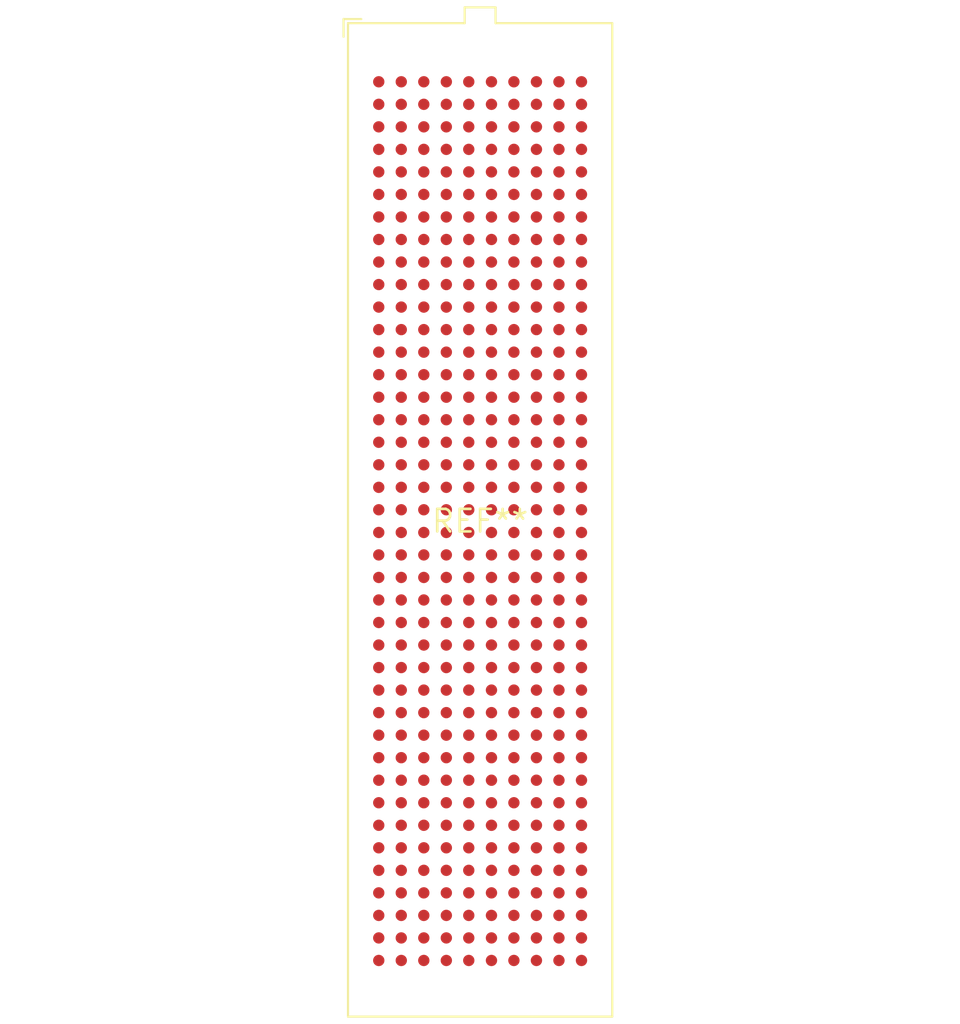
<source format=kicad_pcb>
(kicad_pcb (version 20240108) (generator pcbnew)
  (layers (0 "F.Cu" signal) (31 "B.Cu" signal) (34 "B.Paste" user) (35 "F.Paste" user) (36 "B.SilkS" user "B.Silkscreen") (37 "F.SilkS" user "F.Silkscreen") (38 "B.Mask" user) (39 "F.Mask" user) (44 "Edge.Cuts" user))
  (net 0 "")
  (footprint "Samtec_FMC_ASP-134602-01_10x40_P1.27mm_Vertical" (layer "F.Cu") (at 0 0)
    (property "Reference" "REF**")
    (property "Value" "Samtec_FMC_ASP-134602-01_10x40_P1.27mm_Vertical")
    (fp_line (start -7.7 -28.3) (end -6.7 -28.3) (layer "F.SilkS") (stroke (width 0.12)))
    (fp_line (start -7.7 -27.3) (end -7.7 -28.3) (layer "F.SilkS") (stroke (width 0.12)))
    (fp_line (start -7.45 -28.07) (end -7.45 27.93) (layer "F.SilkS") (stroke (width 0.12)))
    (fp_line (start -7.45 27.93) (end 7.45 27.93) (layer "F.SilkS") (stroke (width 0.12)))
    (fp_line (start -0.87 -28.96) (end -0.87 -28.07) (layer "F.SilkS") (stroke (width 0.12)))
    (fp_line (start -0.87 -28.07) (end -7.45 -28.07) (layer "F.SilkS") (stroke (width 0.12)))
    (fp_line (start 0.87 -28.96) (end -0.87 -28.96) (layer "F.SilkS") (stroke (width 0.12)))
    (fp_line (start 0.87 -28.07) (end 0.87 -28.96) (layer "F.SilkS") (stroke (width 0.12)))
    (fp_line (start 7.45 -28.07) (end 0.87 -28.07) (layer "F.SilkS") (stroke (width 0.12)))
    (fp_line (start 7.45 27.93) (end 7.45 -28.07) (layer "F.SilkS") (stroke (width 0.12)))
    (pad "" np_thru_hole circle (at 0 -27.19 90) (size 1.27 1.27) (drill 1.27) (layers *.Cu *.Mask))
    (pad "" np_thru_hole circle (at 3.05 27.19 90) (size 1.27 1.27) (drill 1.27) (layers *.Cu *.Mask))
    (pad "A1" smd circle (at -5.715 -24.765 90) (size 0.64 0.64) (layers "F.Cu" "F.Paste" "F.Mask"))
    (pad "A2" smd circle (at -5.715 -23.495 90) (size 0.64 0.64) (layers "F.Cu" "F.Paste" "F.Mask"))
    (pad "A3" smd circle (at -5.715 -22.225 90) (size 0.64 0.64) (layers "F.Cu" "F.Paste" "F.Mask"))
    (pad "A4" smd circle (at -5.715 -20.955 90) (size 0.64 0.64) (layers "F.Cu" "F.Paste" "F.Mask"))
    (pad "A5" smd circle (at -5.715 -19.685 90) (size 0.64 0.64) (layers "F.Cu" "F.Paste" "F.Mask"))
    (pad "A6" smd circle (at -5.715 -18.415 90) (size 0.64 0.64) (layers "F.Cu" "F.Paste" "F.Mask"))
    (pad "A7" smd circle (at -5.715 -17.145 90) (size 0.64 0.64) (layers "F.Cu" "F.Paste" "F.Mask"))
    (pad "A8" smd circle (at -5.715 -15.875 90) (size 0.64 0.64) (layers "F.Cu" "F.Paste" "F.Mask"))
    (pad "A9" smd circle (at -5.715 -14.605 90) (size 0.64 0.64) (layers "F.Cu" "F.Paste" "F.Mask"))
    (pad "A10" smd circle (at -5.715 -13.335 90) (size 0.64 0.64) (layers "F.Cu" "F.Paste" "F.Mask"))
    (pad "A11" smd circle (at -5.715 -12.065 90) (size 0.64 0.64) (layers "F.Cu" "F.Paste" "F.Mask"))
    (pad "A12" smd circle (at -5.715 -10.795 90) (size 0.64 0.64) (layers "F.Cu" "F.Paste" "F.Mask"))
    (pad "A13" smd circle (at -5.715 -9.525 90) (size 0.64 0.64) (layers "F.Cu" "F.Paste" "F.Mask"))
    (pad "A14" smd circle (at -5.715 -8.255 90) (size 0.64 0.64) (layers "F.Cu" "F.Paste" "F.Mask"))
    (pad "A15" smd circle (at -5.715 -6.985 90) (size 0.64 0.64) (layers "F.Cu" "F.Paste" "F.Mask"))
    (pad "A16" smd circle (at -5.715 -5.715 90) (size 0.64 0.64) (layers "F.Cu" "F.Paste" "F.Mask"))
    (pad "A17" smd circle (at -5.715 -4.445 90) (size 0.64 0.64) (layers "F.Cu" "F.Paste" "F.Mask"))
    (pad "A18" smd circle (at -5.715 -3.175 90) (size 0.64 0.64) (layers "F.Cu" "F.Paste" "F.Mask"))
    (pad "A19" smd circle (at -5.715 -1.905 90) (size 0.64 0.64) (layers "F.Cu" "F.Paste" "F.Mask"))
    (pad "A20" smd circle (at -5.715 -0.64 90) (size 0.64 0.64) (layers "F.Cu" "F.Paste" "F.Mask"))
    (pad "A21" smd circle (at -5.715 0.64 90) (size 0.64 0.64) (layers "F.Cu" "F.Paste" "F.Mask"))
    (pad "A22" smd circle (at -5.715 1.905 90) (size 0.64 0.64) (layers "F.Cu" "F.Paste" "F.Mask"))
    (pad "A23" smd circle (at -5.715 3.175 90) (size 0.64 0.64) (layers "F.Cu" "F.Paste" "F.Mask"))
    (pad "A24" smd circle (at -5.715 4.445 90) (size 0.64 0.64) (layers "F.Cu" "F.Paste" "F.Mask"))
    (pad "A25" smd circle (at -5.715 5.715 90) (size 0.64 0.64) (layers "F.Cu" "F.Paste" "F.Mask"))
    (pad "A26" smd circle (at -5.715 6.985 90) (size 0.64 0.64) (layers "F.Cu" "F.Paste" "F.Mask"))
    (pad "A27" smd circle (at -5.715 8.255 90) (size 0.64 0.64) (layers "F.Cu" "F.Paste" "F.Mask"))
    (pad "A28" smd circle (at -5.715 9.525 90) (size 0.64 0.64) (layers "F.Cu" "F.Paste" "F.Mask"))
    (pad "A29" smd circle (at -5.715 10.795 90) (size 0.64 0.64) (layers "F.Cu" "F.Paste" "F.Mask"))
    (pad "A30" smd circle (at -5.715 12.065 90) (size 0.64 0.64) (layers "F.Cu" "F.Paste" "F.Mask"))
    (pad "A31" smd circle (at -5.715 13.335 90) (size 0.64 0.64) (layers "F.Cu" "F.Paste" "F.Mask"))
    (pad "A32" smd circle (at -5.715 14.605 90) (size 0.64 0.64) (layers "F.Cu" "F.Paste" "F.Mask"))
    (pad "A33" smd circle (at -5.715 15.875 90) (size 0.64 0.64) (layers "F.Cu" "F.Paste" "F.Mask"))
    (pad "A34" smd circle (at -5.715 17.145 90) (size 0.64 0.64) (layers "F.Cu" "F.Paste" "F.Mask"))
    (pad "A35" smd circle (at -5.715 18.415 90) (size 0.64 0.64) (layers "F.Cu" "F.Paste" "F.Mask"))
    (pad "A36" smd circle (at -5.715 19.685 90) (size 0.64 0.64) (layers "F.Cu" "F.Paste" "F.Mask"))
    (pad "A37" smd circle (at -5.715 20.955 90) (size 0.64 0.64) (layers "F.Cu" "F.Paste" "F.Mask"))
    (pad "A38" smd circle (at -5.715 22.225 90) (size 0.64 0.64) (layers "F.Cu" "F.Paste" "F.Mask"))
    (pad "A39" smd circle (at -5.715 23.495 90) (size 0.64 0.64) (layers "F.Cu" "F.Paste" "F.Mask"))
    (pad "A40" smd circle (at -5.715 24.765 90) (size 0.64 0.64) (layers "F.Cu" "F.Paste" "F.Mask"))
    (pad "B1" smd circle (at -4.445 -24.765 90) (size 0.64 0.64) (layers "F.Cu" "F.Paste" "F.Mask"))
    (pad "B2" smd circle (at -4.445 -23.495 90) (size 0.64 0.64) (layers "F.Cu" "F.Paste" "F.Mask"))
    (pad "B3" smd circle (at -4.445 -22.225 90) (size 0.64 0.64) (layers "F.Cu" "F.Paste" "F.Mask"))
    (pad "B4" smd circle (at -4.445 -20.955 90) (size 0.64 0.64) (layers "F.Cu" "F.Paste" "F.Mask"))
    (pad "B5" smd circle (at -4.445 -19.685 90) (size 0.64 0.64) (layers "F.Cu" "F.Paste" "F.Mask"))
    (pad "B6" smd circle (at -4.445 -18.415 90) (size 0.64 0.64) (layers "F.Cu" "F.Paste" "F.Mask"))
    (pad "B7" smd circle (at -4.445 -17.145 90) (size 0.64 0.64) (layers "F.Cu" "F.Paste" "F.Mask"))
    (pad "B8" smd circle (at -4.445 -15.875 90) (size 0.64 0.64) (layers "F.Cu" "F.Paste" "F.Mask"))
    (pad "B9" smd circle (at -4.445 -14.605 90) (size 0.64 0.64) (layers "F.Cu" "F.Paste" "F.Mask"))
    (pad "B10" smd circle (at -4.445 -13.335 90) (size 0.64 0.64) (layers "F.Cu" "F.Paste" "F.Mask"))
    (pad "B11" smd circle (at -4.445 -12.065 90) (size 0.64 0.64) (layers "F.Cu" "F.Paste" "F.Mask"))
    (pad "B12" smd circle (at -4.445 -10.795 90) (size 0.64 0.64) (layers "F.Cu" "F.Paste" "F.Mask"))
    (pad "B13" smd circle (at -4.445 -9.525 90) (size 0.64 0.64) (layers "F.Cu" "F.Paste" "F.Mask"))
    (pad "B14" smd circle (at -4.445 -8.255 90) (size 0.64 0.64) (layers "F.Cu" "F.Paste" "F.Mask"))
    (pad "B15" smd circle (at -4.445 -6.985 90) (size 0.64 0.64) (layers "F.Cu" "F.Paste" "F.Mask"))
    (pad "B16" smd circle (at -4.445 -5.715 90) (size 0.64 0.64) (layers "F.Cu" "F.Paste" "F.Mask"))
    (pad "B17" smd circle (at -4.445 -4.445 90) (size 0.64 0.64) (layers "F.Cu" "F.Paste" "F.Mask"))
    (pad "B18" smd circle (at -4.445 -3.175 90) (size 0.64 0.64) (layers "F.Cu" "F.Paste" "F.Mask"))
    (pad "B19" smd circle (at -4.445 -1.905 90) (size 0.64 0.64) (layers "F.Cu" "F.Paste" "F.Mask"))
    (pad "B20" smd circle (at -4.445 -0.64 90) (size 0.64 0.64) (layers "F.Cu" "F.Paste" "F.Mask"))
    (pad "B21" smd circle (at -4.445 0.64 90) (size 0.64 0.64) (layers "F.Cu" "F.Paste" "F.Mask"))
    (pad "B22" smd circle (at -4.445 1.905 90) (size 0.64 0.64) (layers "F.Cu" "F.Paste" "F.Mask"))
    (pad "B23" smd circle (at -4.445 3.175 90) (size 0.64 0.64) (layers "F.Cu" "F.Paste" "F.Mask"))
    (pad "B24" smd circle (at -4.445 4.445 90) (size 0.64 0.64) (layers "F.Cu" "F.Paste" "F.Mask"))
    (pad "B25" smd circle (at -4.445 5.715 90) (size 0.64 0.64) (layers "F.Cu" "F.Paste" "F.Mask"))
    (pad "B26" smd circle (at -4.445 6.985 90) (size 0.64 0.64) (layers "F.Cu" "F.Paste" "F.Mask"))
    (pad "B27" smd circle (at -4.445 8.255 90) (size 0.64 0.64) (layers "F.Cu" "F.Paste" "F.Mask"))
    (pad "B28" smd circle (at -4.445 9.525 90) (size 0.64 0.64) (layers "F.Cu" "F.Paste" "F.Mask"))
    (pad "B29" smd circle (at -4.445 10.795 90) (size 0.64 0.64) (layers "F.Cu" "F.Paste" "F.Mask"))
    (pad "B30" smd circle (at -4.445 12.065 90) (size 0.64 0.64) (layers "F.Cu" "F.Paste" "F.Mask"))
    (pad "B31" smd circle (at -4.445 13.335 90) (size 0.64 0.64) (layers "F.Cu" "F.Paste" "F.Mask"))
    (pad "B32" smd circle (at -4.445 14.605 90) (size 0.64 0.64) (layers "F.Cu" "F.Paste" "F.Mask"))
    (pad "B33" smd circle (at -4.445 15.875 90) (size 0.64 0.64) (layers "F.Cu" "F.Paste" "F.Mask"))
    (pad "B34" smd circle (at -4.445 17.145 90) (size 0.64 0.64) (layers "F.Cu" "F.Paste" "F.Mask"))
    (pad "B35" smd circle (at -4.445 18.415 90) (size 0.64 0.64) (layers "F.Cu" "F.Paste" "F.Mask"))
    (pad "B36" smd circle (at -4.445 19.685 90) (size 0.64 0.64) (layers "F.Cu" "F.Paste" "F.Mask"))
    (pad "B37" smd circle (at -4.445 20.955 90) (size 0.64 0.64) (layers "F.Cu" "F.Paste" "F.Mask"))
    (pad "B38" smd circle (at -4.445 22.225 90) (size 0.64 0.64) (layers "F.Cu" "F.Paste" "F.Mask"))
    (pad "B39" smd circle (at -4.445 23.495 90) (size 0.64 0.64) (layers "F.Cu" "F.Paste" "F.Mask"))
    (pad "B40" smd circle (at -4.445 24.765 90) (size 0.64 0.64) (layers "F.Cu" "F.Paste" "F.Mask"))
    (pad "C1" smd circle (at -3.175 -24.765 90) (size 0.64 0.64) (layers "F.Cu" "F.Paste" "F.Mask"))
    (pad "C2" smd circle (at -3.175 -23.495 90) (size 0.64 0.64) (layers "F.Cu" "F.Paste" "F.Mask"))
    (pad "C3" smd circle (at -3.175 -22.225 90) (size 0.64 0.64) (layers "F.Cu" "F.Paste" "F.Mask"))
    (pad "C4" smd circle (at -3.175 -20.955 90) (size 0.64 0.64) (layers "F.Cu" "F.Paste" "F.Mask"))
    (pad "C5" smd circle (at -3.175 -19.685 90) (size 0.64 0.64) (layers "F.Cu" "F.Paste" "F.Mask"))
    (pad "C6" smd circle (at -3.175 -18.415 90) (size 0.64 0.64) (layers "F.Cu" "F.Paste" "F.Mask"))
    (pad "C7" smd circle (at -3.175 -17.145 90) (size 0.64 0.64) (layers "F.Cu" "F.Paste" "F.Mask"))
    (pad "C8" smd circle (at -3.175 -15.875 90) (size 0.64 0.64) (layers "F.Cu" "F.Paste" "F.Mask"))
    (pad "C9" smd circle (at -3.175 -14.605 90) (size 0.64 0.64) (layers "F.Cu" "F.Paste" "F.Mask"))
    (pad "C10" smd circle (at -3.175 -13.335 90) (size 0.64 0.64) (layers "F.Cu" "F.Paste" "F.Mask"))
    (pad "C11" smd circle (at -3.175 -12.065 90) (size 0.64 0.64) (layers "F.Cu" "F.Paste" "F.Mask"))
    (pad "C12" smd circle (at -3.175 -10.795 90) (size 0.64 0.64) (layers "F.Cu" "F.Paste" "F.Mask"))
    (pad "C13" smd circle (at -3.175 -9.525 90) (size 0.64 0.64) (layers "F.Cu" "F.Paste" "F.Mask"))
    (pad "C14" smd circle (at -3.175 -8.255 90) (size 0.64 0.64) (layers "F.Cu" "F.Paste" "F.Mask"))
    (pad "C15" smd circle (at -3.175 -6.985 90) (size 0.64 0.64) (layers "F.Cu" "F.Paste" "F.Mask"))
    (pad "C16" smd circle (at -3.175 -5.715 90) (size 0.64 0.64) (layers "F.Cu" "F.Paste" "F.Mask"))
    (pad "C17" smd circle (at -3.175 -4.445 90) (size 0.64 0.64) (layers "F.Cu" "F.Paste" "F.Mask"))
    (pad "C18" smd circle (at -3.175 -3.175 90) (size 0.64 0.64) (layers "F.Cu" "F.Paste" "F.Mask"))
    (pad "C19" smd circle (at -3.175 -1.905 90) (size 0.64 0.64) (layers "F.Cu" "F.Paste" "F.Mask"))
    (pad "C20" smd circle (at -3.175 -0.64 90) (size 0.64 0.64) (layers "F.Cu" "F.Paste" "F.Mask"))
    (pad "C21" smd circle (at -3.175 0.64 90) (size 0.64 0.64) (layers "F.Cu" "F.Paste" "F.Mask"))
    (pad "C22" smd circle (at -3.175 1.905 90) (size 0.64 0.64) (layers "F.Cu" "F.Paste" "F.Mask"))
    (pad "C23" smd circle (at -3.175 3.175 90) (size 0.64 0.64) (layers "F.Cu" "F.Paste" "F.Mask"))
    (pad "C24" smd circle (at -3.175 4.445 90) (size 0.64 0.64) (layers "F.Cu" "F.Paste" "F.Mask"))
    (pad "C25" smd circle (at -3.175 5.715 90) (size 0.64 0.64) (layers "F.Cu" "F.Paste" "F.Mask"))
    (pad "C26" smd circle (at -3.175 6.985 90) (size 0.64 0.64) (layers "F.Cu" "F.Paste" "F.Mask"))
    (pad "C27" smd circle (at -3.175 8.255 90) (size 0.64 0.64) (layers "F.Cu" "F.Paste" "F.Mask"))
    (pad "C28" smd circle (at -3.175 9.525 90) (size 0.64 0.64) (layers "F.Cu" "F.Paste" "F.Mask"))
    (pad "C29" smd circle (at -3.175 10.795 90) (size 0.64 0.64) (layers "F.Cu" "F.Paste" "F.Mask"))
    (pad "C30" smd circle (at -3.175 12.065 90) (size 0.64 0.64) (layers "F.Cu" "F.Paste" "F.Mask"))
    (pad "C31" smd circle (at -3.175 13.335 90) (size 0.64 0.64) (layers "F.Cu" "F.Paste" "F.Mask"))
    (pad "C32" smd circle (at -3.175 14.605 90) (size 0.64 0.64) (layers "F.Cu" "F.Paste" "F.Mask"))
    (pad "C33" smd circle (at -3.175 15.875 90) (size 0.64 0.64) (layers "F.Cu" "F.Paste" "F.Mask"))
    (pad "C34" smd circle (at -3.175 17.145 90) (size 0.64 0.64) (layers "F.Cu" "F.Paste" "F.Mask"))
    (pad "C35" smd circle (at -3.175 18.415 90) (size 0.64 0.64) (layers "F.Cu" "F.Paste" "F.Mask"))
    (pad "C36" smd circle (at -3.175 19.685 90) (size 0.64 0.64) (layers "F.Cu" "F.Paste" "F.Mask"))
    (pad "C37" smd circle (at -3.175 20.955 90) (size 0.64 0.64) (layers "F.Cu" "F.Paste" "F.Mask"))
    (pad "C38" smd circle (at -3.175 22.225 90) (size 0.64 0.64) (layers "F.Cu" "F.Paste" "F.Mask"))
    (pad "C39" smd circle (at -3.175 23.495 90) (size 0.64 0.64) (layers "F.Cu" "F.Paste" "F.Mask"))
    (pad "C40" smd circle (at -3.175 24.765 90) (size 0.64 0.64) (layers "F.Cu" "F.Paste" "F.Mask"))
    (pad "D1" smd circle (at -1.905 -24.765 90) (size 0.64 0.64) (layers "F.Cu" "F.Paste" "F.Mask"))
    (pad "D2" smd circle (at -1.905 -23.495 90) (size 0.64 0.64) (layers "F.Cu" "F.Paste" "F.Mask"))
    (pad "D3" smd circle (at -1.905 -22.225 90) (size 0.64 0.64) (layers "F.Cu" "F.Paste" "F.Mask"))
    (pad "D4" smd circle (at -1.905 -20.955 90) (size 0.64 0.64) (layers "F.Cu" "F.Paste" "F.Mask"))
    (pad "D5" smd circle (at -1.905 -19.685 90) (size 0.64 0.64) (layers "F.Cu" "F.Paste" "F.Mask"))
    (pad "D6" smd circle (at -1.905 -18.415 90) (size 0.64 0.64) (layers "F.Cu" "F.Paste" "F.Mask"))
    (pad "D7" smd circle (at -1.905 -17.145 90) (size 0.64 0.64) (layers "F.Cu" "F.Paste" "F.Mask"))
    (pad "D8" smd circle (at -1.905 -15.875 90) (size 0.64 0.64) (layers "F.Cu" "F.Paste" "F.Mask"))
    (pad "D9" smd circle (at -1.905 -14.605 90) (size 0.64 0.64) (layers "F.Cu" "F.Paste" "F.Mask"))
    (pad "D10" smd circle (at -1.905 -13.335 90) (size 0.64 0.64) (layers "F.Cu" "F.Paste" "F.Mask"))
    (pad "D11" smd circle (at -1.905 -12.065 90) (size 0.64 0.64) (layers "F.Cu" "F.Paste" "F.Mask"))
    (pad "D12" smd circle (at -1.905 -10.795 90) (size 0.64 0.64) (layers "F.Cu" "F.Paste" "F.Mask"))
    (pad "D13" smd circle (at -1.905 -9.525 90) (size 0.64 0.64) (layers "F.Cu" "F.Paste" "F.Mask"))
    (pad "D14" smd circle (at -1.905 -8.255 90) (size 0.64 0.64) (layers "F.Cu" "F.Paste" "F.Mask"))
    (pad "D15" smd circle (at -1.905 -6.985 90) (size 0.64 0.64) (layers "F.Cu" "F.Paste" "F.Mask"))
    (pad "D16" smd circle (at -1.905 -5.715 90) (size 0.64 0.64) (layers "F.Cu" "F.Paste" "F.Mask"))
    (pad "D17" smd circle (at -1.905 -4.445 90) (size 0.64 0.64) (layers "F.Cu" "F.Paste" "F.Mask"))
    (pad "D18" smd circle (at -1.905 -3.175 90) (size 0.64 0.64) (layers "F.Cu" "F.Paste" "F.Mask"))
    (pad "D19" smd circle (at -1.905 -1.905 90) (size 0.64 0.64) (layers "F.Cu" "F.Paste" "F.Mask"))
    (pad "D20" smd circle (at -1.905 -0.64 90) (size 0.64 0.64) (layers "F.Cu" "F.Paste" "F.Mask"))
    (pad "D21" smd circle (at -1.905 0.64 90) (size 0.64 0.64) (layers "F.Cu" "F.Paste" "F.Mask"))
    (pad "D22" smd circle (at -1.905 1.905 90) (size 0.64 0.64) (layers "F.Cu" "F.Paste" "F.Mask"))
    (pad "D23" smd circle (at -1.905 3.175 90) (size 0.64 0.64) (layers "F.Cu" "F.Paste" "F.Mask"))
    (pad "D24" smd circle (at -1.905 4.445 90) (size 0.64 0.64) (layers "F.Cu" "F.Paste" "F.Mask"))
    (pad "D25" smd circle (at -1.905 5.715 90) (size 0.64 0.64) (layers "F.Cu" "F.Paste" "F.Mask"))
    (pad "D26" smd circle (at -1.905 6.985 90) (size 0.64 0.64) (layers "F.Cu" "F.Paste" "F.Mask"))
    (pad "D27" smd circle (at -1.905 8.255 90) (size 0.64 0.64) (layers "F.Cu" "F.Paste" "F.Mask"))
    (pad "D28" smd circle (at -1.905 9.525 90) (size 0.64 0.64) (layers "F.Cu" "F.Paste" "F.Mask"))
    (pad "D29" smd circle (at -1.905 10.795 90) (size 0.64 0.64) (layers "F.Cu" "F.Paste" "F.Mask"))
    (pad "D30" smd circle (at -1.905 12.065 90) (size 0.64 0.64) (layers "F.Cu" "F.Paste" "F.Mask"))
    (pad "D31" smd circle (at -1.905 13.335 90) (size 0.64 0.64) (layers "F.Cu" "F.Paste" "F.Mask"))
    (pad "D32" smd circle (at -1.905 14.605 90) (size 0.64 0.64) (layers "F.Cu" "F.Paste" "F.Mask"))
    (pad "D33" smd circle (at -1.905 15.875 90) (size 0.64 0.64) (layers "F.Cu" "F.Paste" "F.Mask"))
    (pad "D34" smd circle (at -1.905 17.145 90) (size 0.64 0.64) (layers "F.Cu" "F.Paste" "F.Mask"))
    (pad "D35" smd circle (at -1.905 18.415 90) (size 0.64 0.64) (layers "F.Cu" "F.Paste" "F.Mask"))
    (pad "D36" smd circle (at -1.905 19.685 90) (size 0.64 0.64) (layers "F.Cu" "F.Paste" "F.Mask"))
    (pad "D37" smd circle (at -1.905 20.955 90) (size 0.64 0.64) (layers "F.Cu" "F.Paste" "F.Mask"))
    (pad "D38" smd circle (at -1.905 22.225 90) (size 0.64 0.64) (layers "F.Cu" "F.Paste" "F.Mask"))
    (pad "D39" smd circle (at -1.905 23.495 90) (size 0.64 0.64) (layers "F.Cu" "F.Paste" "F.Mask"))
    (pad "D40" smd circle (at -1.905 24.765 90) (size 0.64 0.64) (layers "F.Cu" "F.Paste" "F.Mask"))
    (pad "E1" smd circle (at -0.64 -24.765 90) (size 0.64 0.64) (layers "F.Cu" "F.Paste" "F.Mask"))
    (pad "E2" smd circle (at -0.64 -23.495 90) (size 0.64 0.64) (layers "F.Cu" "F.Paste" "F.Mask"))
    (pad "E3" smd circle (at -0.64 -22.225 90) (size 0.64 0.64) (layers "F.Cu" "F.Paste" "F.Mask"))
    (pad "E4" smd circle (at -0.64 -20.955 90) (size 0.64 0.64) (layers "F.Cu" "F.Paste" "F.Mask"))
    (pad "E5" smd circle (at -0.64 -19.685 90) (size 0.64 0.64) (layers "F.Cu" "F.Paste" "F.Mask"))
    (pad "E6" smd circle (at -0.64 -18.415 90) (size 0.64 0.64) (layers "F.Cu" "F.Paste" "F.Mask"))
    (pad "E7" smd circle (at -0.64 -17.145 90) (size 0.64 0.64) (layers "F.Cu" "F.Paste" "F.Mask"))
    (pad "E8" smd circle (at -0.64 -15.875 90) (size 0.64 0.64) (layers "F.Cu" "F.Paste" "F.Mask"))
    (pad "E9" smd circle (at -0.64 -14.605 90) (size 0.64 0.64) (layers "F.Cu" "F.Paste" "F.Mask"))
    (pad "E10" smd circle (at -0.64 -13.335 90) (size 0.64 0.64) (layers "F.Cu" "F.Paste" "F.Mask"))
    (pad "E11" smd circle (at -0.64 -12.065 90) (size 0.64 0.64) (layers "F.Cu" "F.Paste" "F.Mask"))
    (pad "E12" smd circle (at -0.64 -10.795 90) (size 0.64 0.64) (layers "F.Cu" "F.Paste" "F.Mask"))
    (pad "E13" smd circle (at -0.64 -9.525 90) (size 0.64 0.64) (layers "F.Cu" "F.Paste" "F.Mask"))
    (pad "E14" smd circle (at -0.64 -8.255 90) (size 0.64 0.64) (layers "F.Cu" "F.Paste" "F.Mask"))
    (pad "E15" smd circle (at -0.64 -6.985 90) (size 0.64 0.64) (layers "F.Cu" "F.Paste" "F.Mask"))
    (pad "E16" smd circle (at -0.64 -5.715 90) (size 0.64 0.64) (layers "F.Cu" "F.Paste" "F.Mask"))
    (pad "E17" smd circle (at -0.64 -4.445 90) (size 0.64 0.64) (layers "F.Cu" "F.Paste" "F.Mask"))
    (pad "E18" smd circle (at -0.64 -3.175 90) (size 0.64 0.64) (layers "F.Cu" "F.Paste" "F.Mask"))
    (pad "E19" smd circle (at -0.64 -1.905 90) (size 0.64 0.64) (layers "F.Cu" "F.Paste" "F.Mask"))
    (pad "E20" smd circle (at -0.64 -0.64 90) (size 0.64 0.64) (layers "F.Cu" "F.Paste" "F.Mask"))
    (pad "E21" smd circle (at -0.64 0.64 90) (size 0.64 0.64) (layers "F.Cu" "F.Paste" "F.Mask"))
    (pad "E22" smd circle (at -0.64 1.905 90) (size 0.64 0.64) (layers "F.Cu" "F.Paste" "F.Mask"))
    (pad "E23" smd circle (at -0.64 3.175 90) (size 0.64 0.64) (layers "F.Cu" "F.Paste" "F.Mask"))
    (pad "E24" smd circle (at -0.64 4.445 90) (size 0.64 0.64) (layers "F.Cu" "F.Paste" "F.Mask"))
    (pad "E25" smd circle (at -0.64 5.715 90) (size 0.64 0.64) (layers "F.Cu" "F.Paste" "F.Mask"))
    (pad "E26" smd circle (at -0.64 6.985 90) (size 0.64 0.64) (layers "F.Cu" "F.Paste" "F.Mask"))
    (pad "E27" smd circle (at -0.64 8.255 90) (size 0.64 0.64) (layers "F.Cu" "F.Paste" "F.Mask"))
    (pad "E28" smd circle (at -0.64 9.525 90) (size 0.64 0.64) (layers "F.Cu" "F.Paste" "F.Mask"))
    (pad "E29" smd circle (at -0.64 10.795 90) (size 0.64 0.64) (layers "F.Cu" "F.Paste" "F.Mask"))
    (pad "E30" smd circle (at -0.64 12.065 90) (size 0.64 0.64) (layers "F.Cu" "F.Paste" "F.Mask"))
    (pad "E31" smd circle (at -0.64 13.335 90) (size 0.64 0.64) (layers "F.Cu" "F.Paste" "F.Mask"))
    (pad "E32" smd circle (at -0.64 14.605 90) (size 0.64 0.64) (layers "F.Cu" "F.Paste" "F.Mask"))
    (pad "E33" smd circle (at -0.64 15.875 90) (size 0.64 0.64) (layers "F.Cu" "F.Paste" "F.Mask"))
    (pad "E34" smd circle (at -0.64 17.145 90) (size 0.64 0.64) (layers "F.Cu" "F.Paste" "F.Mask"))
    (pad "E35" smd circle (at -0.64 18.415 90) (size 0.64 0.64) (layers "F.Cu" "F.Paste" "F.Mask"))
    (pad "E36" smd circle (at -0.64 19.685 90) (size 0.64 0.64) (layers "F.Cu" "F.Paste" "F.Mask"))
    (pad "E37" smd circle (at -0.64 20.955 90) (size 0.64 0.64) (layers "F.Cu" "F.Paste" "F.Mask"))
    (pad "E38" smd circle (at -0.64 22.225 90) (size 0.64 0.64) (layers "F.Cu" "F.Paste" "F.Mask"))
    (pad "E39" smd circle (at -0.64 23.495 90) (size 0.64 0.64) (layers "F.Cu" "F.Paste" "F.Mask"))
    (pad "E40" smd circle (at -0.64 24.765 90) (size 0.64 0.64) (layers "F.Cu" "F.Paste" "F.Mask"))
    (pad "F1" smd circle (at 0.64 -24.765 90) (size 0.64 0.64) (layers "F.Cu" "F.Paste" "F.Mask"))
    (pad "F2" smd circle (at 0.64 -23.495 90) (size 0.64 0.64) (layers "F.Cu" "F.Paste" "F.Mask"))
    (pad "F3" smd circle (at 0.64 -22.225 90) (size 0.64 0.64) (layers "F.Cu" "F.Paste" "F.Mask"))
    (pad "F4" smd circle (at 0.64 -20.955 90) (size 0.64 0.64) (layers "F.Cu" "F.Paste" "F.Mask"))
    (pad "F5" smd circle (at 0.64 -19.685 90) (size 0.64 0.64) (layers "F.Cu" "F.Paste" "F.Mask"))
    (pad "F6" smd circle (at 0.64 -18.415 90) (size 0.64 0.64) (layers "F.Cu" "F.Paste" "F.Mask"))
    (pad "F7" smd circle (at 0.64 -17.145 90) (size 0.64 0.64) (layers "F.Cu" "F.Paste" "F.Mask"))
    (pad "F8" smd circle (at 0.64 -15.875 90) (size 0.64 0.64) (layers "F.Cu" "F.Paste" "F.Mask"))
    (pad "F9" smd circle (at 0.64 -14.605 90) (size 0.64 0.64) (layers "F.Cu" "F.Paste" "F.Mask"))
    (pad "F10" smd circle (at 0.64 -13.335 90) (size 0.64 0.64) (layers "F.Cu" "F.Paste" "F.Mask"))
    (pad "F11" smd circle (at 0.64 -12.065 90) (size 0.64 0.64) (layers "F.Cu" "F.Paste" "F.Mask"))
    (pad "F12" smd circle (at 0.64 -10.795 90) (size 0.64 0.64) (layers "F.Cu" "F.Paste" "F.Mask"))
    (pad "F13" smd circle (at 0.64 -9.525 90) (size 0.64 0.64) (layers "F.Cu" "F.Paste" "F.Mask"))
    (pad "F14" smd circle (at 0.64 -8.255 90) (size 0.64 0.64) (layers "F.Cu" "F.Paste" "F.Mask"))
    (pad "F15" smd circle (at 0.64 -6.985 90) (size 0.64 0.64) (layers "F.Cu" "F.Paste" "F.Mask"))
    (pad "F16" smd circle (at 0.64 -5.715 90) (size 0.64 0.64) (layers "F.Cu" "F.Paste" "F.Mask"))
    (pad "F17" smd circle (at 0.64 -4.445 90) (size 0.64 0.64) (layers "F.Cu" "F.Paste" "F.Mask"))
    (pad "F18" smd circle (at 0.64 -3.175 90) (size 0.64 0.64) (layers "F.Cu" "F.Paste" "F.Mask"))
    (pad "F19" smd circle (at 0.64 -1.905 90) (size 0.64 0.64) (layers "F.Cu" "F.Paste" "F.Mask"))
    (pad "F20" smd circle (at 0.64 -0.64 90) (size 0.64 0.64) (layers "F.Cu" "F.Paste" "F.Mask"))
    (pad "F21" smd circle (at 0.64 0.64 90) (size 0.64 0.64) (layers "F.Cu" "F.Paste" "F.Mask"))
    (pad "F22" smd circle (at 0.64 1.905 90) (size 0.64 0.64) (layers "F.Cu" "F.Paste" "F.Mask"))
    (pad "F23" smd circle (at 0.64 3.175 90) (size 0.64 0.64) (layers "F.Cu" "F.Paste" "F.Mask"))
    (pad "F24" smd circle (at 0.64 4.445 90) (size 0.64 0.64) (layers "F.Cu" "F.Paste" "F.Mask"))
    (pad "F25" smd circle (at 0.64 5.715 90) (size 0.64 0.64) (layers "F.Cu" "F.Paste" "F.Mask"))
    (pad "F26" smd circle (at 0.64 6.985 90) (size 0.64 0.64) (layers "F.Cu" "F.Paste" "F.Mask"))
    (pad "F27" smd circle (at 0.64 8.255 90) (size 0.64 0.64) (layers "F.Cu" "F.Paste" "F.Mask"))
    (pad "F28" smd circle (at 0.64 9.525 90) (size 0.64 0.64) (layers "F.Cu" "F.Paste" "F.Mask"))
    (pad "F29" smd circle (at 0.64 10.795 90) (size 0.64 0.64) (layers "F.Cu" "F.Paste" "F.Mask"))
    (pad "F30" smd circle (at 0.64 12.065 90) (size 0.64 0.64) (layers "F.Cu" "F.Paste" "F.Mask"))
    (pad "F31" smd circle (at 0.64 13.335 90) (size 0.64 0.64) (layers "F.Cu" "F.Paste" "F.Mask"))
    (pad "F32" smd circle (at 0.64 14.605 90) (size 0.64 0.64) (layers "F.Cu" "F.Paste" "F.Mask"))
    (pad "F33" smd circle (at 0.64 15.875 90) (size 0.64 0.64) (layers "F.Cu" "F.Paste" "F.Mask"))
    (pad "F34" smd circle (at 0.64 17.145 90) (size 0.64 0.64) (layers "F.Cu" "F.Paste" "F.Mask"))
    (pad "F35" smd circle (at 0.64 18.415 90) (size 0.64 0.64) (layers "F.Cu" "F.Paste" "F.Mask"))
    (pad "F36" smd circle (at 0.64 19.685 90) (size 0.64 0.64) (layers "F.Cu" "F.Paste" "F.Mask"))
    (pad "F37" smd circle (at 0.64 20.955 90) (size 0.64 0.64) (layers "F.Cu" "F.Paste" "F.Mask"))
    (pad "F38" smd circle (at 0.64 22.225 90) (size 0.64 0.64) (layers "F.Cu" "F.Paste" "F.Mask"))
    (pad "F39" smd circle (at 0.64 23.495 90) (size 0.64 0.64) (layers "F.Cu" "F.Paste" "F.Mask"))
    (pad "F40" smd circle (at 0.64 24.765 90) (size 0.64 0.64) (layers "F.Cu" "F.Paste" "F.Mask"))
    (pad "G1" smd circle (at 1.905 -24.765 90) (size 0.64 0.64) (layers "F.Cu" "F.Paste" "F.Mask"))
    (pad "G2" smd circle (at 1.905 -23.495 90) (size 0.64 0.64) (layers "F.Cu" "F.Paste" "F.Mask"))
    (pad "G3" smd circle (at 1.905 -22.225 90) (size 0.64 0.64) (layers "F.Cu" "F.Paste" "F.Mask"))
    (pad "G4" smd circle (at 1.905 -20.955 90) (size 0.64 0.64) (layers "F.Cu" "F.Paste" "F.Mask"))
    (pad "G5" smd circle (at 1.905 -19.685 90) (size 0.64 0.64) (layers "F.Cu" "F.Paste" "F.Mask"))
    (pad "G6" smd circle (at 1.905 -18.415 90) (size 0.64 0.64) (layers "F.Cu" "F.Paste" "F.Mask"))
    (pad "G7" smd circle (at 1.905 -17.145 90) (size 0.64 0.64) (layers "F.Cu" "F.Paste" "F.Mask"))
    (pad "G8" smd circle (at 1.905 -15.875 90) (size 0.64 0.64) (layers "F.Cu" "F.Paste" "F.Mask"))
    (pad "G9" smd circle (at 1.905 -14.605 90) (size 0.64 0.64) (layers "F.Cu" "F.Paste" "F.Mask"))
    (pad "G10" smd circle (at 1.905 -13.335 90) (size 0.64 0.64) (layers "F.Cu" "F.Paste" "F.Mask"))
    (pad "G11" smd circle (at 1.905 -12.065 90) (size 0.64 0.64) (layers "F.Cu" "F.Paste" "F.Mask"))
    (pad "G12" smd circle (at 1.905 -10.795 90) (size 0.64 0.64) (layers "F.Cu" "F.Paste" "F.Mask"))
    (pad "G13" smd circle (at 1.905 -9.525 90) (size 0.64 0.64) (layers "F.Cu" "F.Paste" "F.Mask"))
    (pad "G14" smd circle (at 1.905 -8.255 90) (size 0.64 0.64) (layers "F.Cu" "F.Paste" "F.Mask"))
    (pad "G15" smd circle (at 1.905 -6.985 90) (size 0.64 0.64) (layers "F.Cu" "F.Paste" "F.Mask"))
    (pad "G16" smd circle (at 1.905 -5.715 90) (size 0.64 0.64) (layers "F.Cu" "F.Paste" "F.Mask"))
    (pad "G17" smd circle (at 1.905 -4.445 90) (size 0.64 0.64) (layers "F.Cu" "F.Paste" "F.Mask"))
    (pad "G18" smd circle (at 1.905 -3.175 90) (size 0.64 0.64) (layers "F.Cu" "F.Paste" "F.Mask"))
    (pad "G19" smd circle (at 1.905 -1.905 90) (size 0.64 0.64) (layers "F.Cu" "F.Paste" "F.Mask"))
    (pad "G20" smd circle (at 1.905 -0.64 90) (size 0.64 0.64) (layers "F.Cu" "F.Paste" "F.Mask"))
    (pad "G21" smd circle (at 1.905 0.64 90) (size 0.64 0.64) (layers "F.Cu" "F.Paste" "F.Mask"))
    (pad "G22" smd circle (at 1.905 1.905 90) (size 0.64 0.64) (layers "F.Cu" "F.Paste" "F.Mask"))
    (pad "G23" smd circle (at 1.905 3.175 90) (size 0.64 0.64) (layers "F.Cu" "F.Paste" "F.Mask"))
    (pad "G24" smd circle (at 1.905 4.445 90) (size 0.64 0.64) (layers "F.Cu" "F.Paste" "F.Mask"))
    (pad "G25" smd circle (at 1.905 5.715 90) (size 0.64 0.64) (layers "F.Cu" "F.Paste" "F.Mask"))
    (pad "G26" smd circle (at 1.905 6.985 90) (size 0.64 0.64) (layers "F.Cu" "F.Paste" "F.Mask"))
    (pad "G27" smd circle (at 1.905 8.255 90) (size 0.64 0.64) (layers "F.Cu" "F.Paste" "F.Mask"))
    (pad "G28" smd circle (at 1.905 9.525 90) (size 0.64 0.64) (layers "F.Cu" "F.Paste" "F.Mask"))
    (pad "G29" smd circle (at 1.905 10.795 90) (size 0.64 0.64) (layers "F.Cu" "F.Paste" "F.Mask"))
    (pad "G30" smd circle (at 1.905 12.065 90) (size 0.64 0.64) (layers "F.Cu" "F.Paste" "F.Mask"))
    (pad "G31" smd circle (at 1.905 13.335 90) (size 0.64 0.64) (layers "F.Cu" "F.Paste" "F.Mask"))
    (pad "G32" smd circle (at 1.905 14.605 90) (size 0.64 0.64) (layers "F.Cu" "F.Paste" "F.Mask"))
    (pad "G33" smd circle (at 1.905 15.875 90) (size 0.64 0.64) (layers "F.Cu" "F.Paste" "F.Mask"))
    (pad "G34" smd circle (at 1.905 17.145 90) (size 0.64 0.64) (layers "F.Cu" "F.Paste" "F.Mask"))
    (pad "G35" smd circle (at 1.905 18.415 90) (size 0.64 0.64) (layers "F.Cu" "F.Paste" "F.Mask"))
    (pad "G36" smd circle (at 1.905 19.685 90) (size 0.64 0.64) (layers "F.Cu" "F.Paste" "F.Mask"))
    (pad "G37" smd circle (at 1.905 20.955 90) (size 0.64 0.64) (layers "F.Cu" "F.Paste" "F.Mask"))
    (pad "G38" smd circle (at 1.905 22.225 90) (size 0.64 0.64) (layers "F.Cu" "F.Paste" "F.Mask"))
    (pad "G39" smd circle (at 1.905 23.495 90) (size 0.64 0.64) (layers "F.Cu" "F.Paste" "F.Mask"))
    (pad "G40" smd circle (at 1.905 24.765 90) (size 0.64 0.64) (layers "F.Cu" "F.Paste" "F.Mask"))
    (pad "H1" smd circle (at 3.175 -24.765 90) (size 0.64 0.64) (layers "F.Cu" "F.Paste" "F.Mask"))
    (pad "H2" smd circle (at 3.175 -23.495 90) (size 0.64 0.64) (layers "F.Cu" "F.Paste" "F.Mask"))
    (pad "H3" smd circle (at 3.175 -22.225 90) (size 0.64 0.64) (layers "F.Cu" "F.Paste" "F.Mask"))
    (pad "H4" smd circle (at 3.175 -20.955 90) (size 0.64 0.64) (layers "F.Cu" "F.Paste" "F.Mask"))
    (pad "H5" smd circle (at 3.175 -19.685 90) (size 0.64 0.64) (layers "F.Cu" "F.Paste" "F.Mask"))
    (pad "H6" smd circle (at 3.175 -18.415 90) (size 0.64 0.64) (layers "F.Cu" "F.Paste" "F.Mask"))
    (pad "H7" smd circle (at 3.175 -17.145 90) (size 0.64 0.64) (layers "F.Cu" "F.Paste" "F.Mask"))
    (pad "H8" smd circle (at 3.175 -15.875 90) (size 0.64 0.64) (layers "F.Cu" "F.Paste" "F.Mask"))
    (pad "H9" smd circle (at 3.175 -14.605 90) (size 0.64 0.64) (layers "F.Cu" "F.Paste" "F.Mask"))
    (pad "H10" smd circle (at 3.175 -13.335 90) (size 0.64 0.64) (layers "F.Cu" "F.Paste" "F.Mask"))
    (pad "H11" smd circle (at 3.175 -12.065 90) (size 0.64 0.64) (layers "F.Cu" "F.Paste" "F.Mask"))
    (pad "H12" smd circle (at 3.175 -10.795 90) (size 0.64 0.64) (layers "F.Cu" "F.Paste" "F.Mask"))
    (pad "H13" smd circle (at 3.175 -9.525 90) (size 0.64 0.64) (layers "F.Cu" "F.Paste" "F.Mask"))
    (pad "H14" smd circle (at 3.175 -8.255 90) (size 0.64 0.64) (layers "F.Cu" "F.Paste" "F.Mask"))
    (pad "H15" smd circle (at 3.175 -6.985 90) (size 0.64 0.64) (layers "F.Cu" "F.Paste" "F.Mask"))
    (pad "H16" smd circle (at 3.175 -5.715 90) (size 0.64 0.64) (layers "F.Cu" "F.Paste" "F.Mask"))
    (pad "H17" smd circle (at 3.175 -4.445 90) (size 0.64 0.64) (layers "F.Cu" "F.Paste" "F.Mask"))
    (pad "H18" smd circle (at 3.175 -3.175 90) (size 0.64 0.64) (layers "F.Cu" "F.Paste" "F.Mask"))
    (pad "H19" smd circle (at 3.175 -1.905 90) (size 0.64 0.64) (layers "F.Cu" "F.Paste" "F.Mask"))
    (pad "H20" smd circle (at 3.175 -0.64 90) (size 0.64 0.64) (layers "F.Cu" "F.Paste" "F.Mask"))
    (pad "H21" smd circle (at 3.175 0.64 90) (size 0.64 0.64) (layers "F.Cu" "F.Paste" "F.Mask"))
    (pad "H22" smd circle (at 3.175 1.905 90) (size 0.64 0.64) (layers "F.Cu" "F.Paste" "F.Mask"))
    (pad "H23" smd circle (at 3.175 3.175 90) (size 0.64 0.64) (layers "F.Cu" "F.Paste" "F.Mask"))
    (pad "H24" smd circle (at 3.175 4.445 90) (size 0.64 0.64) (layers "F.Cu" "F.Paste" "F.Mask"))
    (pad "H25" smd circle (at 3.175 5.715 90) (size 0.64 0.64) (layers "F.Cu" "F.Paste" "F.Mask"))
    (pad "H26" smd circle (at 3.175 6.985 90) (size 0.64 0.64) (layers "F.Cu" "F.Paste" "F.Mask"))
    (pad "H27" smd circle (at 3.175 8.255 90) (size 0.64 0.64) (layers "F.Cu" "F.Paste" "F.Mask"))
    (pad "H28" smd circle (at 3.175 9.525 90) (size 0.64 0.64) (layers "F.Cu" "F.Paste" "F.Mask"))
    (pad "H29" smd circle (at 3.175 10.795 90) (size 0.64 0.64) (layers "F.Cu" "F.Paste" "F.Mask"))
    (pad "H30" smd circle (at 3.175 12.065 90) (size 0.64 0.64) (layers "F.Cu" "F.Paste" "F.Mask"))
    (pad "H31" smd circle (at 3.175 13.335 90) (size 0.64 0.64) (layers "F.Cu" "F.Paste" "F.Mask"))
    (pad "H32" smd circle (at 3.175 14.605 90) (size 0.64 0.64) (layers "F.Cu" "F.Paste" "F.Mask"))
    (pad "H33" smd circle (at 3.175 15.875 90) (size 0.64 0.64) (layers "F.Cu" "F.Paste" "F.Mask"))
    (pad "H34" smd circle (at 3.175 17.145 90) (size 0.64 0.64) (layers "F.Cu" "F.Paste" "F.Mask"))
    (pad "H35" smd circle (at 3.175 18.415 90) (size 0.64 0.64) (layers "F.Cu" "F.Paste" "F.Mask"))
    (pad "H36" smd circle (at 3.175 19.685 90) (size 0.64 0.64) (layers "F.Cu" "F.Paste" "F.Mask"))
    (pad "H37" smd circle (at 3.175 20.955 90) (size 0.64 0.64) (layers "F.Cu" "F.Paste" "F.Mask"))
    (pad "H38" smd circle (at 3.175 22.225 90) (size 0.64 0.64) (layers "F.Cu" "F.Paste" "F.Mask"))
    (pad "H39" smd circle (at 3.175 23.495 90) (size 0.64 0.64) (layers "F.Cu" "F.Paste" "F.Mask"))
    (pad "H40" smd circle (at 3.175 24.765 90) (size 0.64 0.64) (layers "F.Cu" "F.Paste" "F.Mask"))
    (pad "J1" smd circle (at 4.445 -24.765 90) (size 0.64 0.64) (layers "F.Cu" "F.Paste" "F.Mask"))
    (pad "J2" smd circle (at 4.445 -23.495 90) (size 0.64 0.64) (layers "F.Cu" "F.Paste" "F.Mask"))
    (pad "J3" smd circle (at 4.445 -22.225 90) (size 0.64 0.64) (layers "F.Cu" "F.Paste" "F.Mask"))
    (pad "J4" smd circle (at 4.445 -20.955 90) (size 0.64 0.64) (layers "F.Cu" "F.Paste" "F.Mask"))
    (pad "J5" smd circle (at 4.445 -19.685 90) (size 0.64 0.64) (layers "F.Cu" "F.Paste" "F.Mask"))
    (pad "J6" smd circle (at 4.445 -18.415 90) (size 0.64 0.64) (layers "F.Cu" "F.Paste" "F.Mask"))
    (pad "J7" smd circle (at 4.445 -17.145 90) (size 0.64 0.64) (layers "F.Cu" "F.Paste" "F.Mask"))
    (pad "J8" smd circle (at 4.445 -15.875 90) (size 0.64 0.64) (layers "F.Cu" "F.Paste" "F.Mask"))
    (pad "J9" smd circle (at 4.445 -14.605 90) (size 0.64 0.64) (layers "F.Cu" "F.Paste" "F.Mask"))
    (pad "J10" smd circle (at 4.445 -13.335 90) (size 0.64 0.64) (layers "F.Cu" "F.Paste" "F.Mask"))
    (pad "J11" smd circle (at 4.445 -12.065 90) (size 0.64 0.64) (layers "F.Cu" "F.Paste" "F.Mask"))
    (pad "J12" smd circle (at 4.445 -10.795 90) (size 0.64 0.64) (layers "F.Cu" "F.Paste" "F.Mask"))
    (pad "J13" smd circle (at 4.445 -9.525 90) (size 0.64 0.64) (layers "F.Cu" "F.Paste" "F.Mask"))
    (pad "J14" smd circle (at 4.445 -8.255 90) (size 0.64 0.64) (layers "F.Cu" "F.Paste" "F.Mask"))
    (pad "J15" smd circle (at 4.445 -6.985 90) (size 0.64 0.64) (layers "F.Cu" "F.Paste" "F.Mask"))
    (pad "J16" smd circle (at 4.445 -5.715 90) (size 0.64 0.64) (layers "F.Cu" "F.Paste" "F.Mask"))
    (pad "J17" smd circle (at 4.445 -4.445 90) (size 0.64 0.64) (layers "F.Cu" "F.Paste" "F.Mask"))
    (pad "J18" smd circle (at 4.445 -3.175 90) (size 0.64 0.64) (layers "F.Cu" "F.Paste" "F.Mask"))
    (pad "J19" smd circle (at 4.445 -1.905 90) (size 0.64 0.64) (layers "F.Cu" "F.Paste" "F.Mask"))
    (pad "J20" smd circle (at 4.445 -0.64 90) (size 0.64 0.64) (layers "F.Cu" "F.Paste" "F.Mask"))
    (pad "J21" smd circle (at 4.445 0.64 90) (size 0.64 0.64) (layers "F.Cu" "F.Paste" "F.Mask"))
    (pad "J22" smd circle (at 4.445 1.905 90) (size 0.64 0.64) (layers "F.Cu" "F.Paste" "F.Mask"))
    (pad "J23" smd circle (at 4.445 3.175 90) (size 0.64 0.64) (layers "F.Cu" "F.Paste" "F.Mask"))
    (pad "J24" smd circle (at 4.445 4.445 90) (size 0.64 0.64) (layers "F.Cu" "F.Paste" "F.Mask"))
    (pad "J25" smd circle (at 4.445 5.715 90) (size 0.64 0.64) (layers "F.Cu" "F.Paste" "F.Mask"))
    (pad "J26" smd circle (at 4.445 6.985 90) (size 0.64 0.64) (layers "F.Cu" "F.Paste" "F.Mask"))
    (pad "J27" smd circle (at 4.445 8.255 90) (size 0.64 0.64) (layers "F.Cu" "F.Paste" "F.Mask"))
    (pad "J28" smd circle (at 4.445 9.525 90) (size 0.64 0.64) (layers "F.Cu" "F.Paste" "F.Mask"))
    (pad "J29" smd circle (at 4.445 10.795 90) (size 0.64 0.64) (layers "F.Cu" "F.Paste" "F.Mask"))
    (pad "J30" smd circle (at 4.445 12.065 90) (size 0.64 0.64) (layers "F.Cu" "F.Paste" "F.Mask"))
    (pad "J31" smd circle (at 4.445 13.335 90) (size 0.64 0.64) (layers "F.Cu" "F.Paste" "F.Mask"))
    (pad "J32" smd circle (at 4.445 14.605 90) (size 0.64 0.64) (layers "F.Cu" "F.Paste" "F.Mask"))
    (pad "J33" smd circle (at 4.445 15.875 90) (size 0.64 0.64) (layers "F.Cu" "F.Paste" "F.Mask"))
    (pad "J34" smd circle (at 4.445 17.145 90) (size 0.64 0.64) (layers "F.Cu" "F.Paste" "F.Mask"))
    (pad "J35" smd circle (at 4.445 18.415 90) (size 0.64 0.64) (layers "F.Cu" "F.Paste" "F.Mask"))
    (pad "J36" smd circle (at 4.445 19.685 90) (size 0.64 0.64) (layers "F.Cu" "F.Paste" "F.Mask"))
    (pad "J37" smd circle (at 4.445 20.955 90) (size 0.64 0.64) (layers "F.Cu" "F.Paste" "F.Mask"))
    (pad "J38" smd circle (at 4.445 22.225 90) (size 0.64 0.64) (layers "F.Cu" "F.Paste" "F.Mask"))
    (pad "J39" smd circle (at 4.445 23.495 90) (size 0.64 0.64) (layers "F.Cu" "F.Paste" "F.Mask"))
    (pad "J40" smd circle (at 4.445 24.765 90) (size 0.64 0.64) (layers "F.Cu" "F.Paste" "F.Mask"))
    (pad "K1" smd circle (at 5.715 -24.765 90) (size 0.64 0.64) (layers "F.Cu" "F.Paste" "F.Mask"))
    (pad "K2" smd circle (at 5.715 -23.495 90) (size 0.64 0.64) (layers "F.Cu" "F.Paste" "F.Mask"))
    (pad "K3" smd circle (at 5.715 -22.225 90) (size 0.64 0.64) (layers "F.Cu" "F.Paste" "F.Mask"))
    (pad "K4" smd circle (at 5.715 -20.955 90) (size 0.64 0.64) (layers "F.Cu" "F.Paste" "F.Mask"))
    (pad "K5" smd circle (at 5.715 -19.685 90) (size 0.64 0.64) (layers "F.Cu" "F.Paste" "F.Mask"))
    (pad "K6" smd circle (at 5.715 -18.415 90) (size 0.64 0.64) (layers "F.Cu" "F.Paste" "F.Mask"))
    (pad "K7" smd circle (at 5.715 -17.145 90) (size 0.64 0.64) (layers "F.Cu" "F.Paste" "F.Mask"))
    (pad "K8" smd circle (at 5.715 -15.875 90) (size 0.64 0.64) (layers "F.Cu" "F.Paste" "F.Mask"))
    (pad "K9" smd circle (at 5.715 -14.605 90) (size 0.64 0.64) (layers "F.Cu" "F.Paste" "F.Mask"))
    (pad "K10" smd circle (at 5.715 -13.335 90) (size 0.64 0.64) (layers "F.Cu" "F.Paste" "F.Mask"))
    (pad "K11" smd circle (at 5.715 -12.065 90) (size 0.64 0.64) (layers "F.Cu" "F.Paste" "F.Mask"))
    (pad "K12" smd circle (at 5.715 -10.795 90) (size 0.64 0.64) (layers "F.Cu" "F.Paste" "F.Mask"))
    (pad "K13" smd circle (at 5.715 -9.525 90) (size 0.64 0.64) (layers "F.Cu" "F.Paste" "F.Mask"))
    (pad "K14" smd circle (at 5.715 -8.255 90) (size 0.64 0.64) (layers "F.Cu" "F.Paste" "F.Mask"))
    (pad "K15" smd circle (at 5.715 -6.985 90) (size 0.64 0.64) (layers "F.Cu" "F.Paste" "F.Mask"))
    (pad "K16" smd circle (at 5.715 -5.715 90) (size 0.64 0.64) (layers "F.Cu" "F.Paste" "F.Mask"))
    (pad "K17" smd circle (at 5.715 -4.445 90) (size 0.64 0.64) (layers "F.Cu" "F.Paste" "F.Mask"))
    (pad "K18" smd circle (at 5.715 -3.175 90) (size 0.64 0.64) (layers "F.Cu" "F.Paste" "F.Mask"))
    (pad "K19" smd circle (at 5.715 -1.905 90) (size 0.64 0.64) (layers "F.Cu" "F.Paste" "F.Mask"))
    (pad "K20" smd circle (at 5.715 -0.64 90) (size 0.64 0.64) (layers "F.Cu" "F.Paste" "F.Mask"))
    (pad "K21" smd circle (at 5.715 0.64 90) (size 0.64 0.64) (layers "F.Cu" "F.Paste" "F.Mask"))
    (pad "K22" smd circle (at 5.715 1.905 90) (size 0.64 0.64) (layers "F.Cu" "F.Paste" "F.Mask"))
    (pad "K23" smd circle (at 5.715 3.175 90) (size 0.64 0.64) (layers "F.Cu" "F.Paste" "F.Mask"))
    (pad "K24" smd circle (at 5.715 4.445 90) (size 0.64 0.64) (layers "F.Cu" "F.Paste" "F.Mask"))
    (pad "K25" smd circle (at 5.715 5.715 90) (size 0.64 0.64) (layers "F.Cu" "F.Paste" "F.Mask"))
    (pad "K26" smd circle (at 5.715 6.985 90) (size 0.64 0.64) (layers "F.Cu" "F.Paste" "F.Mask"))
    (pad "K27" smd circle (at 5.715 8.255 90) (size 0.64 0.64) (layers "F.Cu" "F.Paste" "F.Mask"))
    (pad "K28" smd circle (at 5.715 9.525 90) (size 0.64 0.64) (layers "F.Cu" "F.Paste" "F.Mask"))
    (pad "K29" smd circle (at 5.715 10.795 90) (size 0.64 0.64) (layers "F.Cu" "F.Paste" "F.Mask"))
    (pad "K30" smd circle (at 5.715 12.065 90) (size 0.64 0.64) (layers "F.Cu" "F.Paste" "F.Mask"))
    (pad "K31" smd circle (at 5.715 13.335 90) (size 0.64 0.64) (layers "F.Cu" "F.Paste" "F.Mask"))
    (pad "K32" smd circle (at 5.715 14.605 90) (size 0.64 0.64) (layers "F.Cu" "F.Paste" "F.Mask"))
    (pad "K33" smd circle (at 5.715 15.875 90) (size 0.64 0.64) (layers "F.Cu" "F.Paste" "F.Mask"))
    (pad "K34" smd circle (at 5.715 17.145 90) (size 0.64 0.64) (layers "F.Cu" "F.Paste" "F.Mask"))
    (pad "K35" smd circle (at 5.715 18.415 90) (size 0.64 0.64) (layers "F.Cu" "F.Paste" "F.Mask"))
    (pad "K36" smd circle (at 5.715 19.685 90) (size 0.64 0.64) (layers "F.Cu" "F.Paste" "F.Mask"))
    (pad "K37" smd circle (at 5.715 20.955 90) (size 0.64 0.64) (layers "F.Cu" "F.Paste" "F.Mask"))
    (pad "K38" smd circle (at 5.715 22.225 90) (size 0.64 0.64) (layers "F.Cu" "F.Paste" "F.Mask"))
    (pad "K39" smd circle (at 5.715 23.495 90) (size 0.64 0.64) (layers "F.Cu" "F.Paste" "F.Mask"))
    (pad "K40" smd circle (at 5.715 24.765 90) (size 0.64 0.64) (layers "F.Cu" "F.Paste" "F.Mask"))
  )
)
</source>
